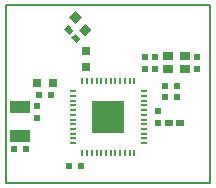
<source format=gtp>
G04 #@! TF.FileFunction,Paste,Top*
%FSLAX46Y46*%
G04 Gerber Fmt 4.6, Leading zero omitted, Abs format (unit mm)*
G04 Created by KiCad (PCBNEW 4.0.0-stable) date Wednesday, March 16, 2016 'PMt' 10:12:40 PM*
%MOMM*%
G01*
G04 APERTURE LIST*
%ADD10C,0.100000*%
%ADD11C,0.152400*%
%ADD12O,0.650001X0.200000*%
%ADD13O,0.200000X0.650001*%
%ADD14R,2.820001X2.820001*%
%ADD15R,0.499999X0.599999*%
%ADD16R,0.599999X0.499999*%
%ADD17R,0.650001X0.499999*%
%ADD18R,0.750001X0.800001*%
%ADD19R,0.800001X0.750001*%
%ADD20R,1.800000X1.000000*%
%ADD21R,0.900000X0.800000*%
G04 APERTURE END LIST*
D10*
D11*
X75444540Y79954420D02*
X75444540Y94991220D01*
X75444540Y79954420D02*
X92690740Y79954420D01*
X92690740Y79954420D02*
X92690740Y94991220D01*
X75444540Y94991220D02*
X92690740Y94991220D01*
X75444540Y94991220D02*
X92690740Y94991220D01*
X75444540Y79954420D02*
X75444540Y94991220D01*
X75444540Y79954420D02*
X92690740Y79954420D01*
X92690740Y79954420D02*
X92690740Y94991220D01*
D10*
G36*
X82243708Y93423399D02*
X82725799Y92848865D01*
X82112964Y92334635D01*
X81630873Y92909169D01*
X82243708Y93423399D01*
X82243708Y93423399D01*
G37*
G36*
X81375944Y94457559D02*
X81858035Y93883025D01*
X81245200Y93368795D01*
X80763109Y93943329D01*
X81375944Y94457559D01*
X81375944Y94457559D01*
G37*
D12*
X81080935Y87691617D03*
X81080935Y87291617D03*
X81080935Y86891617D03*
X81080935Y86491617D03*
X81080935Y86091617D03*
X81080935Y85691617D03*
X81080935Y85291617D03*
X81080935Y84891617D03*
X81080935Y84491617D03*
X81080935Y84091617D03*
X81080935Y83691617D03*
X81080935Y83291617D03*
D13*
X81905935Y82466617D03*
X82305935Y82466617D03*
X82705935Y82466617D03*
X83105935Y82466617D03*
X83505935Y82466617D03*
X83905935Y82466617D03*
X84305935Y82466617D03*
X84705935Y82466617D03*
X85105935Y82466617D03*
X85505935Y82466617D03*
X85905935Y82466617D03*
X86305935Y82466617D03*
D12*
X87130935Y83291617D03*
X87130935Y83691617D03*
X87130935Y84091617D03*
X87130935Y84491617D03*
X87130935Y84891617D03*
X87130935Y85291617D03*
X87130935Y85691617D03*
X87130935Y86091617D03*
X87130935Y86491617D03*
X87130935Y86891617D03*
X87130935Y87291617D03*
X87130935Y87691617D03*
D13*
X86305935Y88516617D03*
X85905935Y88516617D03*
X85505935Y88516617D03*
X85105935Y88516617D03*
X84705935Y88516617D03*
X84305935Y88516617D03*
X83905935Y88516617D03*
X83505935Y88516617D03*
X83105935Y88516617D03*
X82705935Y88516617D03*
X82305935Y88516617D03*
X81905935Y88516617D03*
D14*
X84105935Y85491617D03*
D15*
X87204735Y89589017D03*
X87204735Y90589017D03*
X88093735Y89589017D03*
X88093735Y90589017D03*
X91649735Y90589017D03*
X91649735Y89589017D03*
D16*
X88889135Y88107817D03*
X89889135Y88107817D03*
X88889135Y87218817D03*
X89889135Y87218817D03*
D17*
X89244335Y84983617D03*
X90194335Y84983617D03*
D15*
X88296935Y84991617D03*
X88296935Y85991617D03*
D16*
X77138335Y82799217D03*
X76138335Y82799217D03*
D15*
X78060735Y86448817D03*
X78060735Y85448817D03*
D16*
X79271935Y87371217D03*
X78271935Y87371217D03*
D18*
X79446935Y88412617D03*
X78096935Y88412617D03*
D19*
X82226335Y89774781D03*
X82226335Y91124781D03*
D10*
G36*
X81346582Y92578287D02*
X81764394Y92080358D01*
X81381374Y91758965D01*
X80963562Y92256894D01*
X81346582Y92578287D01*
X81346582Y92578287D01*
G37*
G36*
X80735934Y93306029D02*
X81153746Y92808100D01*
X80770726Y92486707D01*
X80352914Y92984636D01*
X80735934Y93306029D01*
X80735934Y93306029D01*
G37*
D20*
X76638335Y86360617D03*
X76638335Y83860617D03*
D16*
X80761135Y81402217D03*
X81761135Y81402217D03*
D21*
X89171735Y90639017D03*
X89171735Y89539017D03*
X90571735Y90639017D03*
X90571735Y89539017D03*
M02*

</source>
